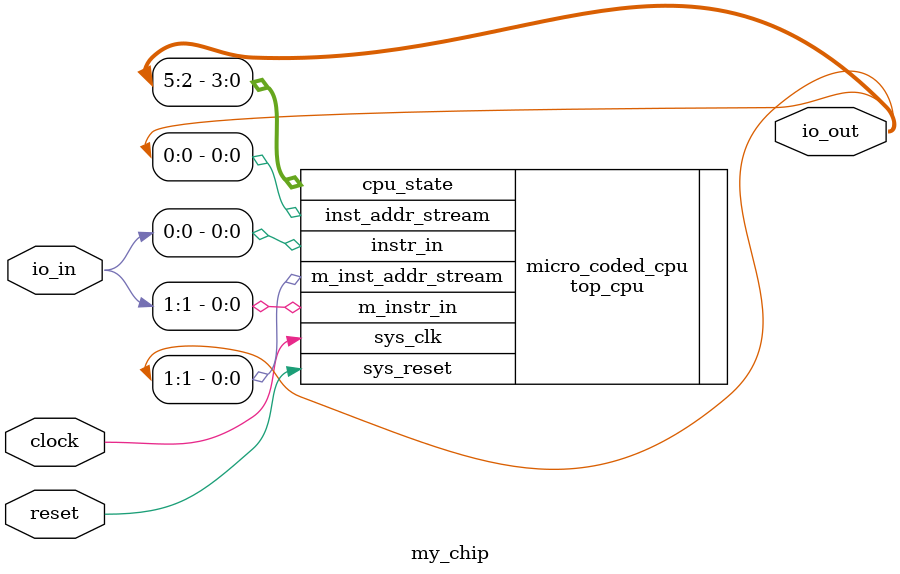
<source format=sv>
`default_nettype none

module my_chip (
    input logic [11:0] io_in, // Inputs to your chip
    output logic [11:0] io_out, // Outputs from your chip
    input logic clock,
    input logic reset // Important: Reset is ACTIVE-HIGH
);
    
    // Basic counter design as an example
    /*
        module top_cpu(
            sys_clk,
            sys_reset,
            instr_in,
            m_instr_in,
            inst_addr_stream, 
            m_inst_addr_stream

        );
    */

    top_cpu micro_coded_cpu(.sys_clk(clock), 
                        .sys_reset(reset),
                        .instr_in(io_in[0]),
                        .m_instr_in(io_in[1]),
                        .inst_addr_stream(io_out[0]),
                        .m_inst_addr_stream(io_out[1]),
                        .cpu_state(io_out[5:2])
                        );
    /*
    wire [6:0] led_out;
    assign io_out[6:0] = led_out;

    // external clock is 1000Hz, so need 10 bit counter
    reg [9:0] second_counter;
    reg [3:0] digit;

    always @(posedge clock) begin
        // if reset, set counter to 0
        if (reset) begin
            second_counter <= 0;
            digit <= 0;
        end else begin
            // if up to 16e6
            if (second_counter == 1000) begin
                // reset
                second_counter <= 0;

                // increment digit
                digit <= digit + 1'b1;

                // only count from 0 to 9
                if (digit == 9)
                    digit <= 0;

            end else
                // increment counter
                second_counter <= second_counter + 1'b1;
        end
    end

    // instantiate segment display
    seg7 seg7(.counter(digit), .segments(led_out));
    */
endmodule

</source>
